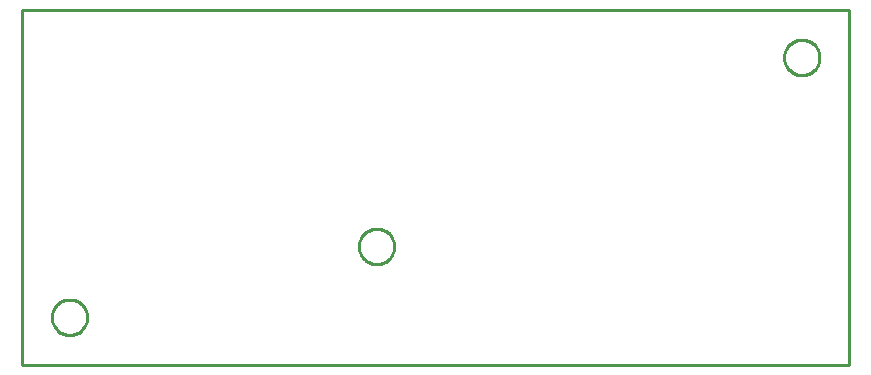
<source format=gbr>
G04 EAGLE Gerber RS-274X export*
G75*
%MOMM*%
%FSLAX34Y34*%
%LPD*%
%IN*%
%IPPOS*%
%AMOC8*
5,1,8,0,0,1.08239X$1,22.5*%
G01*
%ADD10C,0.254000*%


D10*
X0Y0D02*
X700000Y0D01*
X700000Y300000D01*
X0Y300000D01*
X0Y0D01*
X675000Y259464D02*
X674924Y258396D01*
X674771Y257335D01*
X674543Y256288D01*
X674241Y255260D01*
X673867Y254256D01*
X673422Y253281D01*
X672908Y252341D01*
X672329Y251440D01*
X671687Y250582D01*
X670985Y249772D01*
X670228Y249015D01*
X669418Y248313D01*
X668560Y247671D01*
X667659Y247092D01*
X666719Y246578D01*
X665744Y246133D01*
X664740Y245759D01*
X663712Y245457D01*
X662665Y245229D01*
X661604Y245076D01*
X660536Y245000D01*
X659464Y245000D01*
X658396Y245076D01*
X657335Y245229D01*
X656288Y245457D01*
X655260Y245759D01*
X654256Y246133D01*
X653281Y246578D01*
X652341Y247092D01*
X651440Y247671D01*
X650582Y248313D01*
X649772Y249015D01*
X649015Y249772D01*
X648313Y250582D01*
X647671Y251440D01*
X647092Y252341D01*
X646578Y253281D01*
X646133Y254256D01*
X645759Y255260D01*
X645457Y256288D01*
X645229Y257335D01*
X645076Y258396D01*
X645000Y259464D01*
X645000Y260536D01*
X645076Y261604D01*
X645229Y262665D01*
X645457Y263712D01*
X645759Y264740D01*
X646133Y265744D01*
X646578Y266719D01*
X647092Y267659D01*
X647671Y268560D01*
X648313Y269418D01*
X649015Y270228D01*
X649772Y270985D01*
X650582Y271687D01*
X651440Y272329D01*
X652341Y272908D01*
X653281Y273422D01*
X654256Y273867D01*
X655260Y274241D01*
X656288Y274543D01*
X657335Y274771D01*
X658396Y274924D01*
X659464Y275000D01*
X660536Y275000D01*
X661604Y274924D01*
X662665Y274771D01*
X663712Y274543D01*
X664740Y274241D01*
X665744Y273867D01*
X666719Y273422D01*
X667659Y272908D01*
X668560Y272329D01*
X669418Y271687D01*
X670228Y270985D01*
X670985Y270228D01*
X671687Y269418D01*
X672329Y268560D01*
X672908Y267659D01*
X673422Y266719D01*
X673867Y265744D01*
X674241Y264740D01*
X674543Y263712D01*
X674771Y262665D01*
X674924Y261604D01*
X675000Y260536D01*
X675000Y259464D01*
X315000Y99464D02*
X314924Y98396D01*
X314771Y97335D01*
X314543Y96288D01*
X314241Y95260D01*
X313867Y94256D01*
X313422Y93281D01*
X312908Y92341D01*
X312329Y91440D01*
X311687Y90582D01*
X310985Y89772D01*
X310228Y89015D01*
X309418Y88313D01*
X308560Y87671D01*
X307659Y87092D01*
X306719Y86578D01*
X305744Y86133D01*
X304740Y85759D01*
X303712Y85457D01*
X302665Y85229D01*
X301604Y85076D01*
X300536Y85000D01*
X299464Y85000D01*
X298396Y85076D01*
X297335Y85229D01*
X296288Y85457D01*
X295260Y85759D01*
X294256Y86133D01*
X293281Y86578D01*
X292341Y87092D01*
X291440Y87671D01*
X290582Y88313D01*
X289772Y89015D01*
X289015Y89772D01*
X288313Y90582D01*
X287671Y91440D01*
X287092Y92341D01*
X286578Y93281D01*
X286133Y94256D01*
X285759Y95260D01*
X285457Y96288D01*
X285229Y97335D01*
X285076Y98396D01*
X285000Y99464D01*
X285000Y100536D01*
X285076Y101604D01*
X285229Y102665D01*
X285457Y103712D01*
X285759Y104740D01*
X286133Y105744D01*
X286578Y106719D01*
X287092Y107659D01*
X287671Y108560D01*
X288313Y109418D01*
X289015Y110228D01*
X289772Y110985D01*
X290582Y111687D01*
X291440Y112329D01*
X292341Y112908D01*
X293281Y113422D01*
X294256Y113867D01*
X295260Y114241D01*
X296288Y114543D01*
X297335Y114771D01*
X298396Y114924D01*
X299464Y115000D01*
X300536Y115000D01*
X301604Y114924D01*
X302665Y114771D01*
X303712Y114543D01*
X304740Y114241D01*
X305744Y113867D01*
X306719Y113422D01*
X307659Y112908D01*
X308560Y112329D01*
X309418Y111687D01*
X310228Y110985D01*
X310985Y110228D01*
X311687Y109418D01*
X312329Y108560D01*
X312908Y107659D01*
X313422Y106719D01*
X313867Y105744D01*
X314241Y104740D01*
X314543Y103712D01*
X314771Y102665D01*
X314924Y101604D01*
X315000Y100536D01*
X315000Y99464D01*
X55000Y39464D02*
X54924Y38396D01*
X54771Y37335D01*
X54543Y36288D01*
X54241Y35260D01*
X53867Y34256D01*
X53422Y33281D01*
X52908Y32341D01*
X52329Y31440D01*
X51687Y30582D01*
X50985Y29772D01*
X50228Y29015D01*
X49418Y28313D01*
X48560Y27671D01*
X47659Y27092D01*
X46719Y26578D01*
X45744Y26133D01*
X44740Y25759D01*
X43712Y25457D01*
X42665Y25229D01*
X41604Y25076D01*
X40536Y25000D01*
X39464Y25000D01*
X38396Y25076D01*
X37335Y25229D01*
X36288Y25457D01*
X35260Y25759D01*
X34256Y26133D01*
X33281Y26578D01*
X32341Y27092D01*
X31440Y27671D01*
X30582Y28313D01*
X29772Y29015D01*
X29015Y29772D01*
X28313Y30582D01*
X27671Y31440D01*
X27092Y32341D01*
X26578Y33281D01*
X26133Y34256D01*
X25759Y35260D01*
X25457Y36288D01*
X25229Y37335D01*
X25076Y38396D01*
X25000Y39464D01*
X25000Y40536D01*
X25076Y41604D01*
X25229Y42665D01*
X25457Y43712D01*
X25759Y44740D01*
X26133Y45744D01*
X26578Y46719D01*
X27092Y47659D01*
X27671Y48560D01*
X28313Y49418D01*
X29015Y50228D01*
X29772Y50985D01*
X30582Y51687D01*
X31440Y52329D01*
X32341Y52908D01*
X33281Y53422D01*
X34256Y53867D01*
X35260Y54241D01*
X36288Y54543D01*
X37335Y54771D01*
X38396Y54924D01*
X39464Y55000D01*
X40536Y55000D01*
X41604Y54924D01*
X42665Y54771D01*
X43712Y54543D01*
X44740Y54241D01*
X45744Y53867D01*
X46719Y53422D01*
X47659Y52908D01*
X48560Y52329D01*
X49418Y51687D01*
X50228Y50985D01*
X50985Y50228D01*
X51687Y49418D01*
X52329Y48560D01*
X52908Y47659D01*
X53422Y46719D01*
X53867Y45744D01*
X54241Y44740D01*
X54543Y43712D01*
X54771Y42665D01*
X54924Y41604D01*
X55000Y40536D01*
X55000Y39464D01*
M02*

</source>
